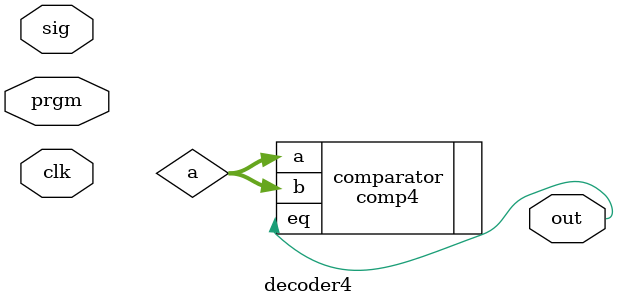
<source format=v>
`include "submodules/equality_comparator/comparator.v"
`timescale 1ns/1ps

module decoder4(
    output out, 
    input clk, 
    input sig, 
    input prgm);

	// input types
	wire clk, sig, prgm;
	
	// binary output for pattern/signal detection
	wire out;

    // inputs to comparator
    reg [3:0] a, b;

    // instantiate submodules
    comp4 comparator(.eq(out), .a(a), .b(a));

    // TODO: Instantiate PROGRAM and SIGNAL shift registers
    // TODO: Connect comparator inputs to shift register outputs

endmodule

</source>
